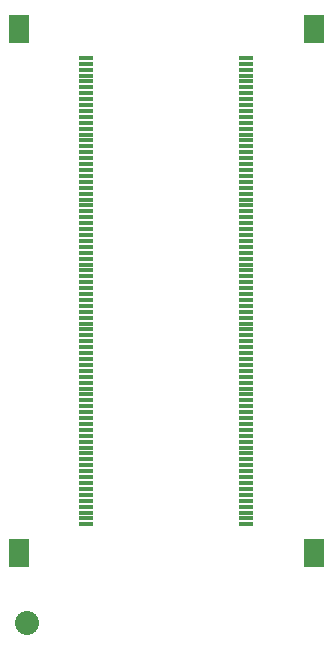
<source format=gts>
G04*
G04 #@! TF.GenerationSoftware,Altium Limited,Altium Designer,22.3.1 (43)*
G04*
G04 Layer_Color=8388736*
%FSLAX25Y25*%
%MOIN*%
G70*
G04*
G04 #@! TF.SameCoordinates,21BFAABA-1E65-46C2-AEEB-196FA7B9FE0E*
G04*
G04*
G04 #@! TF.FilePolarity,Negative*
G04*
G01*
G75*
%ADD18R,0.07087X0.09252*%
%ADD19R,0.05118X0.01181*%
%ADD20C,0.08000*%
D18*
X162132Y207403D02*
D03*
Y32797D02*
D03*
X260568D02*
D03*
Y207403D02*
D03*
D19*
X184770Y42344D02*
D03*
Y44313D02*
D03*
Y46281D02*
D03*
Y48250D02*
D03*
Y50218D02*
D03*
Y52187D02*
D03*
Y54155D02*
D03*
Y56124D02*
D03*
Y58092D02*
D03*
Y60061D02*
D03*
Y62029D02*
D03*
Y63998D02*
D03*
Y65966D02*
D03*
Y67935D02*
D03*
Y69903D02*
D03*
Y71872D02*
D03*
Y73840D02*
D03*
Y75809D02*
D03*
Y77777D02*
D03*
Y79746D02*
D03*
Y81714D02*
D03*
Y83683D02*
D03*
Y85651D02*
D03*
Y87620D02*
D03*
Y89588D02*
D03*
Y91557D02*
D03*
Y93525D02*
D03*
Y95494D02*
D03*
Y97462D02*
D03*
Y99431D02*
D03*
Y101399D02*
D03*
Y103368D02*
D03*
Y105336D02*
D03*
Y107305D02*
D03*
Y109273D02*
D03*
Y111242D02*
D03*
Y113210D02*
D03*
Y115179D02*
D03*
Y117147D02*
D03*
Y119116D02*
D03*
Y121084D02*
D03*
Y123053D02*
D03*
Y125021D02*
D03*
Y126990D02*
D03*
Y128958D02*
D03*
Y130927D02*
D03*
Y132895D02*
D03*
Y134864D02*
D03*
Y136832D02*
D03*
Y138801D02*
D03*
Y140769D02*
D03*
Y142738D02*
D03*
Y144706D02*
D03*
Y146675D02*
D03*
Y148643D02*
D03*
Y150612D02*
D03*
Y152580D02*
D03*
Y154549D02*
D03*
Y156517D02*
D03*
Y158486D02*
D03*
Y160454D02*
D03*
Y162423D02*
D03*
Y164391D02*
D03*
Y166360D02*
D03*
Y168328D02*
D03*
Y170297D02*
D03*
Y172265D02*
D03*
Y174234D02*
D03*
Y176202D02*
D03*
Y178171D02*
D03*
Y180139D02*
D03*
Y182108D02*
D03*
Y184076D02*
D03*
Y186045D02*
D03*
Y188013D02*
D03*
Y189982D02*
D03*
Y191950D02*
D03*
Y193919D02*
D03*
Y195887D02*
D03*
Y197856D02*
D03*
X237930D02*
D03*
Y195887D02*
D03*
Y193919D02*
D03*
Y191950D02*
D03*
Y189982D02*
D03*
Y188013D02*
D03*
Y186045D02*
D03*
Y184076D02*
D03*
Y182108D02*
D03*
Y180139D02*
D03*
Y178171D02*
D03*
Y176202D02*
D03*
Y174234D02*
D03*
Y172265D02*
D03*
Y170297D02*
D03*
Y168328D02*
D03*
Y166360D02*
D03*
Y164391D02*
D03*
Y162423D02*
D03*
Y160454D02*
D03*
Y158486D02*
D03*
Y156517D02*
D03*
Y154549D02*
D03*
Y152580D02*
D03*
Y150612D02*
D03*
Y148643D02*
D03*
Y146675D02*
D03*
Y144706D02*
D03*
Y142738D02*
D03*
Y140769D02*
D03*
Y138801D02*
D03*
Y136832D02*
D03*
Y134864D02*
D03*
Y132895D02*
D03*
Y130927D02*
D03*
Y128958D02*
D03*
Y126990D02*
D03*
Y125021D02*
D03*
Y123053D02*
D03*
Y121084D02*
D03*
Y119116D02*
D03*
Y117147D02*
D03*
Y115179D02*
D03*
Y113210D02*
D03*
Y111242D02*
D03*
Y109273D02*
D03*
Y107305D02*
D03*
Y105336D02*
D03*
Y103368D02*
D03*
Y101399D02*
D03*
Y99431D02*
D03*
Y97462D02*
D03*
Y95494D02*
D03*
Y93525D02*
D03*
Y91557D02*
D03*
Y89588D02*
D03*
Y87620D02*
D03*
Y85651D02*
D03*
Y83683D02*
D03*
Y81714D02*
D03*
Y79746D02*
D03*
Y77777D02*
D03*
Y75809D02*
D03*
Y73840D02*
D03*
Y71872D02*
D03*
Y69903D02*
D03*
Y67935D02*
D03*
Y65966D02*
D03*
Y63998D02*
D03*
Y62029D02*
D03*
Y60061D02*
D03*
Y58092D02*
D03*
Y56124D02*
D03*
Y54155D02*
D03*
Y52187D02*
D03*
Y50218D02*
D03*
Y48250D02*
D03*
Y46281D02*
D03*
Y44313D02*
D03*
Y42344D02*
D03*
D20*
X165100Y9300D02*
D03*
M02*

</source>
